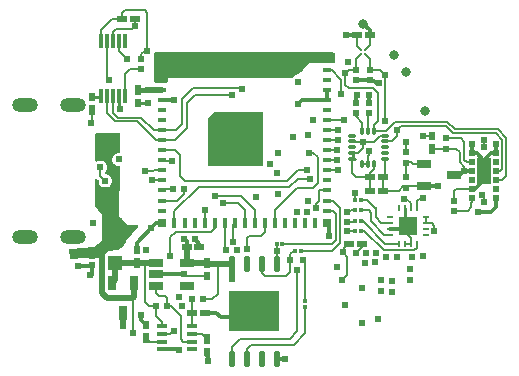
<source format=gtl>
G04 Layer: TopLayer*
G04 Panelize: , Column: 1, Row: 1, Board Size: 43.14mm x 33.02mm, Panelized Board Size: 43.14mm x 33.02mm*
G04 EasyEDA v6.5.39, 2023-12-15 19:25:59*
G04 3b811ad68a954a9fa16293bbb790c8b3,9a4ed40c0dd746429eaf55b84663d2fb,10*
G04 Gerber Generator version 0.2*
G04 Scale: 100 percent, Rotated: No, Reflected: No *
G04 Dimensions in millimeters *
G04 leading zeros omitted , absolute positions ,4 integer and 5 decimal *
%FSLAX45Y45*%
%MOMM*%

%AMMACRO1*21,1,$1,$2,0,0,$3*%
%AMMACRO2*4,1,4,-0.2,0.4001,0.2,0.4001,0.2,-0.4001,-0.2,-0.4001,-0.2,0.4001,0*%
%AMMACRO3*4,1,4,-0.1999,0.4001,0.1999,0.4001,0.1999,-0.4001,-0.1999,-0.4001,-0.1999,0.4001,0*%
%ADD10C,0.1600*%
%ADD11C,0.5000*%
%ADD12C,0.2000*%
%ADD13C,0.3000*%
%ADD14C,0.2616*%
%ADD15C,0.2110*%
%ADD16C,0.2960*%
%ADD17C,0.4648*%
%ADD18C,0.2620*%
%ADD19C,0.2030*%
%ADD20C,0.3130*%
%ADD21R,1.1999X1.1999*%
%ADD22MACRO1,0.54X0.7901X-90.0000*%
%ADD23MACRO1,0.54X0.7901X0.0000*%
%ADD24R,0.5400X0.7901*%
%ADD25MACRO1,0.54X0.5656X-90.0000*%
%ADD26R,0.9000X0.4000*%
%ADD27O,0.5599938X1.3999972*%
%ADD28MACRO1,3.4X4.3X90.0000*%
%ADD29R,0.7000X1.2500*%
%ADD30MACRO1,0.324X0.3031X-90.0000*%
%ADD31MACRO1,0.6223X1.1049X-90.0000*%
%ADD32MACRO1,0.54X0.5656X90.0000*%
%ADD33MACRO1,0.54X0.5656X0.0000*%
%ADD34R,0.5400X0.5657*%
%ADD35MACRO1,0.54X0.7901X90.0000*%
%ADD36R,1.2000X1.2000*%
%ADD37R,0.6000X0.5000*%
%ADD38R,0.3000X1.3000*%
%ADD39R,0.2500X0.6000*%
%ADD40R,0.6000X0.2500*%
%ADD41R,1.5000X1.5000*%
%ADD42MACRO1,0.324X0.3031X0.0000*%
%ADD43R,0.3240X0.3031*%
%ADD44O,0.7999984X0.2800096*%
%ADD45O,0.2800096X0.7999984*%
%ADD46R,0.8001X0.8001*%
%ADD47MACRO2*%
%ADD48MACRO3*%
%ADD49R,0.8001X0.4001*%
%ADD50R,0.5000X0.5000*%
%ADD51R,1.2000X2.3160*%
%ADD52R,1.2500X0.7000*%
%ADD53O,2.1999956000000003X1.1999976*%
%ADD54C,0.8000*%
%ADD55C,0.6096*%
%ADD56C,0.6200*%
%ADD57C,0.0152*%

%LPD*%
G36*
X-459435Y1491538D02*
G01*
X-463296Y1492250D01*
X-466598Y1494434D01*
X-468833Y1497685D01*
X-469646Y1501597D01*
X-471271Y1660347D01*
X-470306Y1665833D01*
X-470306Y1737868D01*
X-469544Y1741728D01*
X-467309Y1745030D01*
X-464007Y1747266D01*
X-460146Y1748028D01*
X1048359Y1748028D01*
X1052271Y1747266D01*
X1055522Y1745030D01*
X1057757Y1741728D01*
X1058519Y1737868D01*
X1058519Y1668627D01*
X1057757Y1664766D01*
X1055573Y1661464D01*
X1052322Y1659280D01*
X1048512Y1658467D01*
X839114Y1655825D01*
X837184Y1654962D01*
X793140Y1596034D01*
X790549Y1593596D01*
X732536Y1555699D01*
X729640Y1554378D01*
X726541Y1553565D01*
X717651Y1549400D01*
X709625Y1543812D01*
X701802Y1535887D01*
X699363Y1534007D01*
X696722Y1532788D01*
X693826Y1532331D01*
X-120243Y1531315D01*
X-355955Y1529283D01*
X-356971Y1528318D01*
X-356311Y1502562D01*
X-356971Y1498600D01*
X-359156Y1495247D01*
X-362458Y1492961D01*
X-366369Y1492148D01*
G37*

%LPD*%
G36*
X-3759Y787349D02*
G01*
X-7670Y788111D01*
X-10922Y790295D01*
X-13157Y793597D01*
X-13919Y797509D01*
X-13919Y1181912D01*
X-13157Y1185824D01*
X-10922Y1189075D01*
X41503Y1241552D01*
X44805Y1243787D01*
X48717Y1244549D01*
X444550Y1244549D01*
X448462Y1243787D01*
X451713Y1241552D01*
X453948Y1238250D01*
X454710Y1234389D01*
X454710Y797509D01*
X453948Y793597D01*
X451713Y790295D01*
X448462Y788111D01*
X444550Y787349D01*
G37*

%LPD*%
G36*
X-1174445Y1219D02*
G01*
X-1178356Y1828D01*
X-1181760Y3860D01*
X-1184097Y7112D01*
X-1185011Y10972D01*
X-1187551Y76504D01*
X-1186942Y80365D01*
X-1184960Y83718D01*
X-1181862Y86055D01*
X-1178102Y87020D01*
X-978611Y100787D01*
X-977239Y101142D01*
X-913536Y150774D01*
X-912469Y152552D01*
X-910590Y371652D01*
X-910945Y373126D01*
X-966978Y448665D01*
X-968451Y451510D01*
X-969010Y454710D01*
X-969010Y671474D01*
X-968197Y675487D01*
X-965860Y678840D01*
X-962406Y680974D01*
X-958342Y681583D01*
X-954379Y680567D01*
X-950163Y676910D01*
X-943406Y670153D01*
X-941019Y666445D01*
X-939647Y651865D01*
X-937107Y642416D01*
X-932942Y633476D01*
X-927303Y625449D01*
X-920394Y618490D01*
X-912317Y612851D01*
X-903427Y608736D01*
X-893927Y606196D01*
X-884123Y605332D01*
X-874369Y606196D01*
X-864869Y608736D01*
X-855980Y612851D01*
X-847902Y618490D01*
X-840994Y625449D01*
X-835355Y633476D01*
X-831189Y642416D01*
X-828649Y651865D01*
X-827786Y661670D01*
X-828649Y671474D01*
X-831189Y680923D01*
X-835355Y689864D01*
X-840994Y697890D01*
X-847902Y704850D01*
X-855980Y710488D01*
X-864869Y714603D01*
X-874369Y717143D01*
X-879856Y717651D01*
X-883462Y718667D01*
X-886460Y720902D01*
X-888441Y724103D01*
X-889152Y728776D01*
X-888390Y732688D01*
X-886155Y735990D01*
X-881887Y740257D01*
X-876249Y748284D01*
X-872083Y757224D01*
X-869543Y766673D01*
X-868680Y776478D01*
X-869543Y786282D01*
X-872083Y795731D01*
X-876249Y804672D01*
X-881887Y812698D01*
X-888796Y819658D01*
X-896874Y825296D01*
X-905764Y829411D01*
X-915263Y831951D01*
X-925017Y832815D01*
X-934821Y831951D01*
X-944321Y829411D01*
X-953211Y825296D01*
X-957275Y823671D01*
X-961644Y823925D01*
X-965504Y825957D01*
X-968146Y829411D01*
X-969060Y833678D01*
X-969111Y1036116D01*
X-969365Y1056182D01*
X-968603Y1060145D01*
X-966419Y1063498D01*
X-963066Y1065682D01*
X-959103Y1066444D01*
X-767080Y1064869D01*
X-763168Y1064056D01*
X-759917Y1061821D01*
X-757732Y1058519D01*
X-757021Y1054608D01*
X-757275Y1031900D01*
X-757021Y1030681D01*
X-758291Y908913D01*
X-759002Y905256D01*
X-761034Y902055D01*
X-764032Y899871D01*
X-767638Y898906D01*
X-778916Y897991D01*
X-788365Y895451D01*
X-797255Y891336D01*
X-805332Y885698D01*
X-812241Y878738D01*
X-817880Y870712D01*
X-822045Y861771D01*
X-824585Y852322D01*
X-825449Y842518D01*
X-824585Y832713D01*
X-822045Y823264D01*
X-817880Y814324D01*
X-812241Y806297D01*
X-805332Y799338D01*
X-797255Y793699D01*
X-788365Y789584D01*
X-778865Y787044D01*
X-768959Y786180D01*
X-765352Y785114D01*
X-762355Y782878D01*
X-760374Y779627D01*
X-759714Y775919D01*
X-763981Y369062D01*
X-763524Y367436D01*
X-702208Y293065D01*
X-700430Y289864D01*
X-699922Y285597D01*
X-617321Y286105D01*
X-613562Y285445D01*
X-610311Y283413D01*
X-608076Y280314D01*
X-607110Y276656D01*
X-607568Y272846D01*
X-609396Y269494D01*
X-705408Y152806D01*
X-705713Y145592D01*
X-706374Y142443D01*
X-707948Y139649D01*
X-743458Y95707D01*
X-746963Y92913D01*
X-751281Y91897D01*
X-762304Y91795D01*
X-779627Y74523D01*
X-782878Y72390D01*
X-786638Y71577D01*
X-858570Y70510D01*
X-859282Y63449D01*
X-860348Y59791D01*
X-862736Y56794D01*
X-866089Y54864D01*
X-872845Y52578D01*
X-877722Y49479D01*
X-881786Y45415D01*
X-884885Y40487D01*
X-886815Y35052D01*
X-887526Y28702D01*
X-888746Y24841D01*
X-891387Y21793D01*
X-894943Y20015D01*
X-951585Y4724D01*
X-954430Y4368D01*
X-1053744Y6350D01*
G37*

%LPD*%
G36*
X217271Y1226108D02*
G01*
X157276Y1166114D01*
X157276Y1106119D01*
X277266Y1106119D01*
X277266Y1226108D01*
G37*
D10*
X313514Y-845472D02*
G01*
X313514Y-761398D01*
X349836Y-725076D01*
X712294Y-725076D01*
X807036Y-630334D01*
X807036Y-405798D01*
X682576Y-9050D02*
G01*
X682576Y-110142D01*
X644222Y-148496D01*
X466422Y-148496D01*
X440514Y-122588D01*
X440514Y-40038D01*
X567438Y-39982D02*
G01*
X567438Y-39982D01*
X567438Y70858D01*
X567438Y70858D02*
G01*
X567438Y87116D01*
X567154Y87401D01*
X567154Y122928D01*
D11*
X186514Y-40038D02*
G01*
X-25067Y-40038D01*
X-25067Y-35212D01*
D12*
X-992883Y1258155D02*
G01*
X-992883Y1161034D01*
X-1001778Y1152136D01*
X127081Y304388D02*
G01*
X127081Y86502D01*
X138889Y74693D01*
D13*
X2427450Y893958D02*
G01*
X2385456Y895601D01*
X2318148Y828294D01*
X2318148Y817869D01*
X2217465Y893958D02*
G01*
X2260488Y893574D01*
X2318148Y835913D01*
X2318148Y817869D01*
X2217465Y968961D02*
G01*
X2217465Y893958D01*
X2217465Y593958D02*
G01*
X2250071Y594360D01*
X2321956Y666244D01*
X2321956Y742939D01*
X2427450Y968961D02*
G01*
X2427450Y893958D01*
D10*
X2427437Y668873D02*
G01*
X2478001Y668873D01*
X2508387Y699254D01*
X2508387Y1011425D01*
D13*
X2217460Y743958D02*
G01*
X2215019Y746396D01*
X2153998Y746396D01*
D10*
X2322469Y478962D02*
G01*
X2322469Y529336D01*
X2308202Y543603D01*
X2322469Y1008959D02*
G01*
X2322469Y944585D01*
X2321384Y943500D01*
D11*
X-523669Y1429351D02*
G01*
X-403019Y1429351D01*
D13*
X1352359Y1320380D02*
G01*
X1346964Y1325775D01*
X1346964Y1389118D01*
X997005Y304325D02*
G01*
X1012802Y288531D01*
X1012802Y191406D01*
D12*
X1391879Y804631D02*
G01*
X1391879Y763483D01*
X1354581Y726186D01*
X1358574Y722193D01*
X1358574Y689564D01*
D10*
X-403019Y919319D02*
G01*
X-292275Y919319D01*
X-250111Y877409D01*
X-250111Y700879D01*
X-209217Y659731D01*
X651842Y659731D01*
X-298119Y303877D02*
G01*
X-298119Y406478D01*
X-93903Y610707D01*
X674720Y610707D01*
X743811Y679797D01*
X852299Y679797D01*
X823191Y754499D02*
G01*
X746602Y754499D01*
X651837Y659734D01*
D13*
X-495297Y261612D02*
G01*
X-452584Y304325D01*
X-402993Y304325D01*
X-618919Y74007D02*
G01*
X-618919Y137990D01*
X-495297Y261612D01*
X-997884Y-52230D02*
G01*
X-999162Y-137068D01*
X-1000841Y-135389D01*
X-1013711Y-135389D01*
X-997965Y-52196D02*
G01*
X-1002017Y-56248D01*
X-1117856Y-56248D01*
D12*
X1481902Y1044608D02*
G01*
X1445166Y1044608D01*
X1393256Y992700D01*
X1299898Y992700D01*
X1358470Y689449D02*
G01*
X1356438Y572355D01*
X1201882Y994620D02*
G01*
X1203802Y992700D01*
X1299898Y992700D01*
D13*
X1248234Y1893917D02*
G01*
X1157556Y1892139D01*
X1247726Y1391759D02*
G01*
X1235270Y1379303D01*
X1235270Y1319126D01*
X1236550Y1514949D02*
G01*
X1356438Y1514695D01*
X997005Y1344330D02*
G01*
X784016Y1344330D01*
X749302Y1309616D01*
X997000Y1429318D02*
G01*
X997000Y1344330D01*
X1300612Y1991888D02*
G01*
X1357320Y1935180D01*
X1357320Y1893945D01*
D10*
X1291922Y1084673D02*
G01*
X1291922Y1150967D01*
X1235280Y1207609D01*
X1235280Y1232501D01*
D14*
X1213436Y894681D02*
G01*
X1213436Y842865D01*
X1228676Y842865D01*
D10*
X1232639Y497070D02*
G01*
X1232689Y497121D01*
X1232689Y553788D01*
X1114808Y1399786D02*
G01*
X1114808Y1518584D01*
X1034115Y1599277D01*
X997031Y1599277D01*
X997005Y749333D02*
G01*
X998870Y751197D01*
X1082398Y751197D01*
X997005Y834321D02*
G01*
X1000572Y837887D01*
X1075794Y837887D01*
X997005Y919340D02*
G01*
X1001077Y923409D01*
X1080594Y923409D01*
X997005Y1004326D02*
G01*
X1000086Y1007407D01*
X1084201Y1007407D01*
X997005Y1089314D02*
G01*
X998794Y1091100D01*
X1085090Y1091100D01*
X997005Y1174325D02*
G01*
X999888Y1177206D01*
X1140005Y1177206D01*
X-402993Y834321D02*
G01*
X-401530Y832858D01*
X-318767Y832858D01*
X-403019Y494377D02*
G01*
X-277792Y494377D01*
X-218691Y553481D01*
X-218691Y592320D01*
X-816785Y1377027D02*
G01*
X-816785Y1237581D01*
X-775383Y1196433D01*
X-581835Y1196433D01*
X-474901Y1089245D01*
X-403019Y1089245D01*
D12*
X297007Y304325D02*
G01*
X297007Y414309D01*
X241170Y470146D01*
X113286Y470146D01*
X381988Y304325D02*
G01*
X381988Y411767D01*
X264934Y528820D01*
X45722Y528820D01*
D10*
X-402993Y579335D02*
G01*
X-393057Y589272D01*
X-307591Y589272D01*
X-403019Y749393D02*
G01*
X-545259Y748377D01*
X-403019Y664303D02*
G01*
X-489125Y665065D01*
X1230866Y239034D02*
G01*
X1228831Y236999D01*
X1164008Y236999D01*
X1230096Y318023D02*
G01*
X1225882Y313809D01*
X1165202Y313809D01*
X-40891Y413758D02*
G01*
X-40891Y306438D01*
X-43004Y304325D01*
D11*
X-196009Y-35720D02*
G01*
X-195501Y99661D01*
X-25067Y-35212D02*
G01*
X-196009Y-35720D01*
D12*
X194693Y145204D02*
G01*
X194693Y287007D01*
X212013Y304325D01*
D11*
X-734385Y-457078D02*
G01*
X-734385Y-567623D01*
X-734108Y-567900D01*
D12*
X-884171Y661662D02*
G01*
X-925070Y702561D01*
X-925070Y720846D01*
X-925070Y776475D01*
D10*
X1356438Y1601307D02*
G01*
X1440667Y1601307D01*
X1486486Y1555488D01*
X1486489Y1555485D01*
X1486489Y1170122D01*
X1303393Y804585D02*
G01*
X1303446Y804638D01*
X1341884Y804638D01*
X1341884Y1084623D02*
G01*
X1341884Y1223332D01*
X1352359Y1233807D01*
X1318265Y1771528D02*
G01*
X1357320Y1810583D01*
X1357320Y1893945D01*
X1278285Y1771528D02*
G01*
X1248303Y1801510D01*
X1248303Y1893945D01*
X1278285Y1731548D02*
G01*
X1236553Y1689816D01*
X1236553Y1601525D01*
X1318265Y1731548D02*
G01*
X1356441Y1693372D01*
X1356441Y1601271D01*
D13*
X-304975Y1344007D02*
G01*
X-403019Y1344261D01*
D10*
X-402996Y1089314D02*
G01*
X-288719Y1089314D01*
D12*
X-916861Y1847181D02*
G01*
X-916861Y1939129D01*
X-825675Y2030061D01*
X-740331Y2030061D01*
X-740331Y2030061D02*
G01*
X-740331Y2083909D01*
X-714169Y2109817D01*
X-551609Y2109817D01*
X-526463Y2084671D01*
X-526463Y1764123D01*
X-816785Y1847181D02*
G01*
X-816785Y1924397D01*
X-793417Y1947765D01*
X-656003Y1947765D01*
X-631111Y1972657D01*
X-631111Y1972657D02*
G01*
X-631111Y1972657D01*
X-631111Y2030061D01*
X-578025Y1691225D02*
G01*
X-578025Y1734151D01*
X-548053Y1764123D01*
X-526463Y1764123D01*
X-766780Y1847103D02*
G01*
X-766780Y1758569D01*
X-698700Y1690489D01*
D15*
X-716760Y1377104D02*
G01*
X-716760Y1563773D01*
X-675896Y1604637D01*
X-578004Y1604637D01*
D16*
X-520113Y1319979D02*
G01*
X-521004Y1320871D01*
X-606976Y1320871D01*
D17*
X-523669Y1429453D02*
G01*
X-524073Y1429857D01*
X-606976Y1429857D01*
D18*
X-992883Y1367172D02*
G01*
X-926693Y1367172D01*
X-916762Y1377104D01*
X-766767Y1377104D02*
G01*
X-766767Y1273771D01*
X-758111Y1265115D01*
D12*
X-649805Y-624288D02*
G01*
X-649805Y-341909D01*
X-635787Y-327891D01*
X-635787Y-294868D01*
X-634596Y-294962D01*
D19*
X-147586Y-635594D02*
G01*
X-62885Y-635594D01*
X-18892Y-679587D01*
X-399605Y-700592D02*
G01*
X-507423Y-700592D01*
X-540605Y-667410D01*
X-220799Y-128988D02*
G01*
X-205582Y-144205D01*
X-122801Y-144205D01*
X-25069Y-144205D01*
X-399608Y-570598D02*
G01*
X-402894Y-567298D01*
X-402894Y-534903D01*
X-450390Y-487408D01*
X-450390Y-402013D01*
X-455851Y-225712D02*
G01*
X-456359Y-285910D01*
X-429689Y-312580D01*
X-381175Y-312580D01*
X-363903Y-330106D01*
X-363903Y-401988D01*
X-147495Y-570644D02*
G01*
X-150035Y-453804D01*
X-149910Y-453890D02*
G01*
X-146479Y-450458D01*
X-146479Y-338107D01*
X-59916Y-338107D02*
G01*
X-55123Y-342900D01*
X18900Y-342900D01*
X67022Y-294777D01*
X67022Y-40038D01*
D11*
X184990Y-168816D02*
G01*
X186514Y-40038D01*
D13*
X-255899Y-770397D02*
G01*
X-260705Y-765591D01*
X-399605Y-765591D01*
D12*
X42014Y304337D02*
G01*
X41394Y258003D01*
X14097Y230698D01*
X-288594Y230698D01*
X-334210Y185084D01*
X-334210Y27602D01*
D11*
X-455851Y-35720D02*
G01*
X-618919Y-34958D01*
X-618995Y-34958D02*
G01*
X-623237Y-30716D01*
X-801621Y-30716D01*
X-829393Y-207131D02*
G01*
X-801621Y-179359D01*
X-801621Y-30716D01*
D13*
X-540605Y-558393D02*
G01*
X-582599Y-516399D01*
X-582599Y-478800D01*
X-455851Y-130716D02*
G01*
X-220901Y-128938D01*
D12*
X-450377Y-402005D02*
G01*
X-455183Y-397200D01*
X-513598Y-397200D01*
X-544553Y-366245D01*
X-544553Y-35305D01*
D10*
X-332407Y1089245D02*
G01*
X-281099Y1089245D01*
X-232585Y1138013D01*
X-232585Y1353405D01*
X-137843Y1448147D01*
X269826Y1448147D01*
X277954Y1440019D01*
X-866823Y1378297D02*
G01*
X-866823Y1233771D01*
X-798243Y1165191D01*
X-615871Y1165191D01*
X-454835Y1004409D01*
X-291005Y1004409D01*
X-190421Y1104739D01*
X-190421Y1322163D01*
X-120825Y1391759D01*
X187784Y1391759D01*
D12*
X-399717Y-635668D02*
G01*
X-332661Y-635668D01*
X-304213Y-607220D01*
D19*
X-147495Y-700692D02*
G01*
X-223187Y-700692D01*
X-244015Y-680118D01*
X-244015Y-483014D01*
X-325041Y-401988D01*
X-363903Y-401988D01*
D12*
X466930Y304388D02*
G01*
X466930Y226661D01*
X436445Y196184D01*
X336880Y196184D01*
X318289Y177594D01*
X318289Y81602D01*
D10*
X806960Y-357360D02*
G01*
X806960Y-29362D01*
X791098Y-13500D01*
D13*
X-86461Y99568D02*
G01*
X-86461Y126359D01*
X-127505Y167403D01*
X-213890Y167098D02*
G01*
X-213890Y167088D01*
X-195478Y148676D01*
X-195478Y99568D01*
X-40815Y-453804D02*
G01*
X57228Y-453804D01*
X96090Y-492666D01*
X326976Y-492666D01*
D10*
X741758Y-93632D02*
G01*
X741758Y-613570D01*
X681306Y-674022D01*
X258650Y-674022D01*
X186514Y-746158D01*
X186514Y-845472D01*
D13*
X567514Y-845472D02*
G01*
X638634Y-844202D01*
X-18971Y-788576D02*
G01*
X-18209Y-867824D01*
D10*
X726518Y68165D02*
G01*
X710008Y68165D01*
X682576Y40479D01*
X682576Y-9050D01*
D11*
X-639391Y-207144D02*
G01*
X-639391Y-323910D01*
X-646092Y-330611D01*
X-867077Y-330611D01*
X-911019Y-286672D01*
X-911019Y62834D01*
D12*
X-866780Y1847103D02*
G01*
X-866780Y1526794D01*
X-853488Y1513502D01*
D10*
X2217470Y818967D02*
G01*
X2177127Y818967D01*
X2156998Y839096D01*
X2156998Y989995D01*
X2126912Y1020081D01*
X2004291Y1020081D01*
X2508328Y1011521D02*
G01*
X2508328Y1026761D01*
X2437462Y1097627D01*
X2074242Y1097627D01*
X2010742Y1161127D01*
X1568528Y1161127D01*
X1492074Y1084673D01*
X1391998Y1084673D01*
X1588340Y1088991D02*
G01*
X1622376Y1123027D01*
X1999566Y1123027D01*
X2060526Y1062067D01*
X2422222Y1062067D01*
X2476832Y1007457D01*
X2476832Y759807D01*
X2461084Y744059D01*
X2427556Y744059D01*
X1886028Y933797D02*
G01*
X2004392Y933543D01*
X1280947Y497070D02*
G01*
X1332936Y497070D01*
X1401894Y428106D01*
X1827618Y354284D02*
G01*
X1827618Y304302D01*
D18*
X1677624Y279082D02*
G01*
X1652597Y304078D01*
X1652597Y429094D01*
D20*
X1527606Y254284D02*
G01*
X1652846Y254284D01*
X1677624Y279082D01*
D10*
X1827740Y304355D02*
G01*
X1878291Y304355D01*
X1903199Y279450D01*
X1903199Y232503D01*
D12*
X1652770Y129087D02*
G01*
X1652770Y128295D01*
X1702777Y129095D01*
D10*
X1494751Y204271D02*
G01*
X1527520Y204271D01*
X1279222Y239107D02*
G01*
X1308940Y239107D01*
X1476072Y71975D01*
X1496392Y71975D01*
X1404444Y435703D02*
G01*
X1404444Y351375D01*
X1451180Y304385D01*
X1527634Y304385D01*
X1602818Y129125D02*
G01*
X1486486Y129125D01*
X1297510Y318101D01*
X1278460Y318101D01*
D12*
X1465653Y572861D02*
G01*
X1599463Y572861D01*
X1641096Y614494D01*
X1815746Y614494D01*
D10*
X1663778Y689449D02*
G01*
X1661746Y816195D01*
X1815746Y804486D02*
G01*
X1718812Y804486D01*
X1707078Y816218D01*
X1661698Y816218D01*
X2217465Y518972D02*
G01*
X2215779Y438147D01*
X2067384Y406493D02*
G01*
X2183970Y406493D01*
X2215720Y438243D01*
X2217498Y593945D02*
G01*
X2087958Y593945D01*
X2067384Y573371D01*
X2067384Y493107D01*
X1732452Y71912D02*
G01*
X1752805Y92262D01*
X1752805Y129092D01*
X2004392Y933543D02*
G01*
X2087704Y933543D01*
X2115898Y905349D01*
X2115898Y820259D01*
X2153998Y782159D01*
X2153998Y746345D01*
D13*
X2427556Y519015D02*
G01*
X2427556Y442561D01*
X2384376Y399635D01*
X2273632Y399635D01*
X2153996Y746399D02*
G01*
X2117087Y709490D01*
X2065672Y709490D01*
X1815736Y614494D02*
G01*
X1930796Y614494D01*
D10*
X1562178Y1013807D02*
G01*
X1588340Y1039969D01*
X1588340Y1088991D01*
X1481889Y994630D02*
G01*
X1543004Y994630D01*
X1562181Y1013807D01*
X1661746Y902809D02*
G01*
X1659206Y991201D01*
X1229339Y410966D02*
G01*
X1196660Y410966D01*
X1179893Y394200D01*
X1165506Y394200D01*
D12*
X1202004Y894684D02*
G01*
X1255857Y894684D01*
X1299898Y938725D01*
X1299898Y992700D01*
D10*
X1496486Y71912D02*
G01*
X1732452Y71912D01*
X1702625Y429092D02*
G01*
X1702625Y470870D01*
X1664995Y508500D01*
X1644906Y508500D01*
X1752678Y428337D02*
G01*
X1752678Y488281D01*
X1772490Y508093D01*
X1806780Y511903D01*
X1277698Y411065D02*
G01*
X1345516Y411065D01*
X1365074Y391507D01*
X1365074Y316831D01*
X1477596Y204309D01*
X1527634Y204309D01*
X997028Y494377D02*
G01*
X1042748Y494377D01*
X1103962Y433163D01*
X1103962Y132681D01*
X1039446Y68165D01*
X774778Y68165D01*
X615520Y123029D02*
G01*
X1037160Y123029D01*
X1071196Y157065D01*
X1071196Y380839D01*
X1042494Y409287D01*
X997028Y409287D01*
X897587Y430192D02*
G01*
X897587Y466186D01*
X925395Y493994D01*
X925395Y579211D01*
X997031Y579211D01*
X1177592Y129908D02*
G01*
X1127998Y80314D01*
X1127998Y56100D01*
X1128092Y55973D02*
G01*
X1163906Y20159D01*
X1163906Y-134018D01*
X1116916Y-181008D01*
X1286588Y129887D02*
G01*
X1286588Y96867D01*
X1236042Y46321D01*
D12*
X552020Y304385D02*
G01*
X552020Y416653D01*
X737948Y602581D01*
X877140Y602581D01*
X915494Y641189D01*
X915494Y858613D01*
X873838Y900269D01*
X839802Y900269D01*
X1702894Y129125D02*
G01*
X1701878Y178401D01*
X1677748Y202277D01*
X1677748Y278985D01*
X1886028Y1042763D02*
G01*
X1806780Y1042763D01*
X1358470Y689449D02*
G01*
X1240106Y691481D01*
X1202006Y729835D01*
X1202006Y844643D01*
X1341960Y804511D02*
G01*
X1341706Y870551D01*
X1350342Y879441D01*
X1350342Y914493D01*
X1465658Y572355D02*
G01*
X1467690Y689449D01*
X1467589Y689551D02*
G01*
X1481889Y703851D01*
X1481889Y844618D01*
D10*
X1391998Y1084673D02*
G01*
X1391998Y1131663D01*
X1425018Y1164937D01*
X1425018Y1406237D01*
X1385902Y1445607D01*
X1177622Y1445607D01*
X1148412Y1474817D01*
X1148412Y1573369D01*
X1176606Y1601563D01*
X1236550Y1601563D01*
D13*
X1356438Y1514695D02*
G01*
X1361236Y1509897D01*
X1393197Y1509897D01*
X1409697Y1493398D01*
X1431897Y1493398D01*
D21*
G01*
X52250Y1011953D03*
G01*
X52250Y846955D03*
G01*
X217248Y846955D03*
G01*
X382247Y846955D03*
G01*
X382247Y1011953D03*
G01*
X382247Y1176952D03*
G01*
X217248Y1176952D03*
G01*
X217248Y1011953D03*
D22*
G01*
X-149905Y-453897D03*
G01*
X-40893Y-453897D03*
D23*
G01*
X-540598Y-667405D03*
D24*
G01*
X-540611Y-558401D03*
D23*
G01*
X-18900Y-679592D03*
D24*
G01*
X-18895Y-788601D03*
D25*
G01*
X-450381Y-401998D03*
G01*
X-363815Y-401998D03*
D26*
G01*
X-399590Y-570593D03*
G01*
X-399590Y-635591D03*
G01*
X-399590Y-700590D03*
G01*
X-399590Y-765589D03*
G01*
X-147596Y-765589D03*
G01*
X-147596Y-700590D03*
G01*
X-147596Y-635591D03*
G01*
X-147596Y-570593D03*
D27*
G01*
X186438Y-845472D03*
G01*
X313438Y-845472D03*
G01*
X440438Y-845472D03*
G01*
X567438Y-845472D03*
G01*
X567438Y-39987D03*
G01*
X440438Y-39987D03*
G01*
X313438Y-39987D03*
G01*
X186438Y-39987D03*
D28*
G01*
X376936Y-442721D03*
D29*
G01*
X-734387Y-457080D03*
G01*
X-829383Y-207144D03*
G01*
X-639391Y-207144D03*
D30*
G01*
X1230937Y239107D03*
G01*
X1279248Y239107D03*
G01*
X1230175Y318101D03*
G01*
X1278486Y318101D03*
G01*
X1229413Y411065D03*
G01*
X1277724Y411065D03*
G01*
X1232715Y497171D03*
G01*
X1281026Y497171D03*
D23*
G01*
X-992886Y1258166D03*
D24*
G01*
X-992883Y1367172D03*
D31*
G01*
X-195879Y-225783D03*
G01*
X-195879Y-35834D03*
G01*
X-455884Y-35831D03*
G01*
X-455884Y-130746D03*
G01*
X-455881Y-225778D03*
D32*
G01*
X-59917Y-338099D03*
G01*
X-146483Y-338099D03*
D33*
G01*
X-1117854Y30328D03*
D34*
G01*
X-1117851Y-56243D03*
D35*
G01*
X-86464Y99568D03*
G01*
X-195474Y99568D03*
D23*
G01*
X-618997Y-34947D03*
D24*
G01*
X-618995Y74058D03*
D36*
G01*
X-801621Y289272D03*
G01*
X-801621Y-30716D03*
D37*
G01*
X-997963Y-52204D03*
G01*
X-997963Y27805D03*
D38*
G01*
X-916759Y1377104D03*
G01*
X-866772Y1377104D03*
G01*
X-816785Y1377104D03*
G01*
X-766772Y1377104D03*
G01*
X-716760Y1377104D03*
G01*
X-716785Y1847080D03*
G01*
X-766772Y1847080D03*
G01*
X-816759Y1847080D03*
G01*
X-866772Y1847080D03*
G01*
X-916785Y1847080D03*
D22*
G01*
X1248305Y1893945D03*
G01*
X1357317Y1893945D03*
D23*
G01*
X-25064Y-35201D03*
D24*
G01*
X-25067Y-144203D03*
D23*
G01*
X-606978Y1429870D03*
D24*
G01*
X-606981Y1320868D03*
D39*
G01*
X1602767Y129100D03*
G01*
X1652780Y129100D03*
G01*
X1702767Y129100D03*
G01*
X1752780Y129100D03*
D40*
G01*
X1827608Y204284D03*
G01*
X1827608Y254297D03*
G01*
X1827608Y304284D03*
G01*
X1827608Y354296D03*
D39*
G01*
X1752627Y429099D03*
G01*
X1702615Y429099D03*
G01*
X1652628Y429099D03*
G01*
X1602767Y429099D03*
D40*
G01*
X1527609Y354296D03*
G01*
X1527609Y304284D03*
G01*
X1527609Y254297D03*
G01*
X1527609Y204284D03*
D41*
G01*
X1677621Y279087D03*
D33*
G01*
X-578022Y1691189D03*
D34*
G01*
X-578025Y1604611D03*
D35*
G01*
X1467589Y689564D03*
G01*
X1358577Y689564D03*
D33*
G01*
X1235268Y1232548D03*
D34*
G01*
X1235280Y1319115D03*
D33*
G01*
X1352362Y1233818D03*
D34*
G01*
X1352374Y1320385D03*
D35*
G01*
X1465557Y572470D03*
G01*
X1356545Y572470D03*
D30*
G01*
X726442Y68099D03*
G01*
X774753Y68099D03*
G01*
X567156Y122936D03*
G01*
X615467Y122936D03*
D42*
G01*
X806957Y-405663D03*
D43*
G01*
X806960Y-357360D03*
D44*
G01*
X1481889Y844618D03*
G01*
X1481889Y894631D03*
G01*
X1481889Y944618D03*
G01*
X1481889Y994630D03*
G01*
X1481889Y1044618D03*
D45*
G01*
X1391871Y1084623D03*
G01*
X1341884Y1084623D03*
G01*
X1291871Y1084623D03*
D44*
G01*
X1201879Y1044618D03*
G01*
X1201879Y994630D03*
G01*
X1201879Y944618D03*
G01*
X1201879Y894631D03*
G01*
X1201879Y844618D03*
D45*
G01*
X1291871Y804638D03*
G01*
X1341884Y804638D03*
G01*
X1391871Y804638D03*
D46*
G01*
X-402993Y1704306D03*
D47*
G01*
X-298000Y1704319D03*
G01*
X-212986Y1704319D03*
G01*
X-127998Y1704319D03*
G01*
X-42984Y1704319D03*
G01*
X42003Y1704319D03*
D48*
G01*
X127005Y1704319D03*
D47*
G01*
X212006Y1704319D03*
G01*
X382008Y1704319D03*
D48*
G01*
X297007Y1704319D03*
G01*
X467009Y1704319D03*
D47*
G01*
X552010Y1704319D03*
G01*
X636998Y1704319D03*
G01*
X722012Y1704319D03*
G01*
X807001Y1704319D03*
G01*
X892014Y1704319D03*
D46*
G01*
X997003Y1704306D03*
D49*
G01*
X997003Y1599303D03*
G01*
X997003Y1514314D03*
G01*
X997003Y1429326D03*
G01*
X997003Y1344312D03*
G01*
X997003Y1259298D03*
G01*
X997003Y1174310D03*
G01*
X997003Y1089296D03*
G01*
X997003Y1004333D03*
G01*
X997003Y919319D03*
G01*
X997003Y834306D03*
G01*
X997003Y749317D03*
G01*
X997003Y664303D03*
G01*
X997003Y579315D03*
G01*
X997003Y494301D03*
G01*
X997003Y409313D03*
D46*
G01*
X997003Y304309D03*
D47*
G01*
X892014Y304322D03*
G01*
X807001Y304322D03*
G01*
X722012Y304322D03*
G01*
X636998Y304322D03*
G01*
X552010Y304322D03*
D48*
G01*
X467009Y304322D03*
D47*
G01*
X382008Y304322D03*
D48*
G01*
X297007Y304322D03*
D47*
G01*
X212006Y304322D03*
D48*
G01*
X127005Y304322D03*
D47*
G01*
X42003Y304322D03*
G01*
X-42984Y304322D03*
G01*
X-127998Y304322D03*
G01*
X-212986Y304322D03*
G01*
X-298000Y304322D03*
D46*
G01*
X-402993Y304309D03*
D49*
G01*
X-402993Y409313D03*
G01*
X-402993Y494301D03*
G01*
X-402993Y579315D03*
G01*
X-402993Y664303D03*
G01*
X-402993Y749317D03*
G01*
X-402993Y834306D03*
G01*
X-402993Y919319D03*
G01*
X-402993Y1004333D03*
G01*
X-402993Y1089296D03*
G01*
X-402993Y1174310D03*
G01*
X-402993Y1259298D03*
G01*
X-402993Y1344312D03*
G01*
X-402993Y1429326D03*
G01*
X-402993Y1599303D03*
G01*
X-402993Y1514314D03*
D12*
G01*
X1318262Y1771515D03*
G01*
X1318262Y1731535D03*
G01*
X1278282Y1771515D03*
G01*
X1278282Y1731535D03*
D33*
G01*
X1236553Y1514961D03*
D34*
G01*
X1236550Y1601538D03*
D33*
G01*
X1356441Y1514707D03*
D34*
G01*
X1356438Y1601284D03*
D22*
G01*
X-740224Y2030176D03*
G01*
X-631212Y2030176D03*
D50*
G01*
X2217473Y518965D03*
G01*
X2217473Y593971D03*
G01*
X2217473Y668952D03*
G01*
X2217473Y743958D03*
G01*
X2217473Y818964D03*
G01*
X2217473Y893970D03*
G01*
X2217473Y968951D03*
G01*
X2322476Y478960D03*
D51*
G01*
X2322476Y743958D03*
D50*
G01*
X2322476Y1008956D03*
G01*
X2427455Y518965D03*
G01*
X2427455Y593971D03*
G01*
X2427455Y668952D03*
G01*
X2427455Y743958D03*
G01*
X2427455Y818964D03*
G01*
X2427455Y893970D03*
G01*
X2427455Y968951D03*
D52*
G01*
X2065657Y709490D03*
G01*
X1815721Y614494D03*
G01*
X1815721Y804486D03*
D22*
G01*
X1177592Y129900D03*
G01*
X1286603Y129900D03*
D33*
G01*
X1661695Y816215D03*
D34*
G01*
X1661695Y902784D03*
D33*
G01*
X2067295Y492982D03*
D34*
G01*
X2067283Y406417D03*
D33*
G01*
X2004296Y1020080D03*
D34*
G01*
X2004291Y933518D03*
D33*
G01*
X1663796Y689479D03*
D34*
G01*
X1663804Y602912D03*
D23*
G01*
X1886097Y933691D03*
D24*
G01*
X1886104Y1042713D03*
D53*
G01*
X-1160447Y181907D03*
G01*
X-1560446Y181907D03*
G01*
X-1160447Y1305882D03*
G01*
X-1560446Y1305882D03*
D54*
G01*
X1562254Y1730265D03*
G01*
X1300609Y1991885D03*
G01*
X1823900Y1249697D03*
G01*
X1661695Y1582234D03*
D55*
G01*
X326951Y-392742D03*
G01*
X426951Y-392742D03*
G01*
X426951Y-492742D03*
G01*
X326951Y-492742D03*
G01*
X-520113Y1319979D03*
G01*
X1903199Y232503D03*
G01*
X-526463Y1764225D03*
G01*
X-758111Y1265115D03*
G01*
X-523669Y1429453D03*
G01*
X277954Y1440121D03*
G01*
X187784Y1391861D03*
G01*
X-299641Y1599379D03*
G01*
X-304975Y1344109D03*
G01*
X-853488Y1513502D03*
G01*
X-698700Y1690489D03*
G01*
X-631111Y1972657D03*
G01*
X-1001773Y1152136D03*
G01*
X1114808Y1399786D03*
G01*
X1486486Y1170119D03*
G01*
X1588264Y1088890D03*
G01*
X1806907Y511802D03*
G01*
X-925065Y776470D03*
G01*
X-884171Y661662D03*
G01*
X45722Y528820D03*
G01*
X113286Y470146D03*
G01*
X-910333Y433824D03*
G01*
X-907539Y1011674D03*
G01*
X-734108Y-567900D03*
G01*
X-649805Y-624288D03*
G01*
X-259788Y-319488D03*
G01*
X194693Y145204D03*
G01*
X138889Y74693D03*
G01*
X-237893Y-398406D03*
G01*
X318289Y81602D03*
G01*
X791110Y-13495D03*
G01*
X897587Y430192D03*
G01*
X741682Y-93733D03*
G01*
X-40891Y413758D03*
G01*
X1116840Y-181109D03*
G01*
X1127991Y56100D03*
G01*
X1232689Y553788D03*
G01*
X1165506Y394200D03*
G01*
X1165202Y313809D03*
G01*
X-545335Y748276D03*
G01*
X-489201Y664964D03*
G01*
X-218691Y592320D03*
G01*
X-307591Y589272D03*
G01*
X852299Y679797D03*
G01*
X820803Y397502D03*
G01*
X574296Y731512D03*
G01*
X739193Y396308D03*
G01*
X514682Y805781D03*
G01*
X823191Y754499D03*
G01*
X-318767Y832858D03*
G01*
X2308202Y543603D03*
G01*
X2321384Y943500D03*
G01*
X2153998Y746396D03*
G01*
X1082398Y751197D03*
G01*
X1075794Y837887D03*
G01*
X1080594Y923409D03*
G01*
X1084201Y1007407D03*
G01*
X1140005Y1177206D03*
G01*
X1085090Y1091100D03*
G01*
X140972Y1076952D03*
G01*
X134114Y931410D03*
G01*
X300230Y1080508D03*
G01*
X296674Y931410D03*
G01*
X1148336Y1573268D03*
G01*
X1486486Y1555488D03*
G01*
X745797Y1500598D03*
G01*
X706630Y1032756D03*
G01*
X392940Y526534D03*
G01*
X749302Y1309616D03*
G01*
X1431902Y1493385D03*
G01*
X1247726Y1391759D03*
G01*
X1157556Y1892139D03*
G01*
X1299898Y992700D03*
G01*
X874499Y1173599D03*
G01*
X2318133Y817872D03*
G01*
X2273708Y399610D03*
G01*
X1677621Y279087D03*
G01*
X1235991Y46194D03*
G01*
X-989073Y302252D03*
G01*
X-1013711Y-135389D03*
G01*
X-769109Y842510D03*
G01*
X-495297Y261612D03*
G01*
X-220799Y-128988D03*
G01*
X-255902Y-770389D03*
G01*
X-213890Y167098D03*
G01*
X-127505Y167403D03*
G01*
X839701Y900295D03*
G01*
X1350342Y914493D03*
G01*
X1078994Y-70619D03*
G01*
X1452628Y-267977D03*
G01*
X1012802Y191406D03*
G01*
X2321943Y742942D03*
G01*
X2323238Y667504D03*
G01*
X1346964Y1389118D03*
G01*
X1164008Y236999D03*
G01*
X1314198Y-32519D03*
G01*
X1402844Y-30233D03*
G01*
X1452882Y-181617D03*
G01*
X1543052Y-183649D03*
G01*
X1696468Y-178061D03*
G01*
X1694436Y-88653D03*
G01*
X1541274Y-280423D03*
G01*
X1425450Y-505213D03*
G01*
X1148158Y-394114D03*
G01*
X1290652Y-543974D03*
G01*
X1290652Y-244000D03*
G01*
X682500Y-9151D03*
G01*
X567438Y70858D03*
G01*
X184990Y-168816D03*
G01*
X-334210Y27602D03*
D56*
G01*
X-535505Y77563D03*
G01*
X-582597Y-478797D03*
D55*
G01*
X-304213Y-607194D03*
G01*
X233707Y72001D03*
G01*
X638634Y-844202D03*
G01*
X-18209Y-867824D03*
G01*
X1930783Y614494D03*
G01*
X574499Y896993D03*
G01*
X830404Y488789D03*
G01*
X834011Y1049393D03*
G01*
X580189Y551400D03*
G01*
X1659206Y991201D03*
G01*
X1644906Y508500D03*
G01*
X1807491Y21887D03*
G01*
X1711505Y14394D03*
G01*
X1587908Y16197D03*
G01*
X1492201Y16502D03*
G01*
X1410591Y48607D03*
G01*
X1322402Y47998D03*
G01*
X1806907Y1042789D03*
G01*
X1169088Y1668289D03*
M02*

</source>
